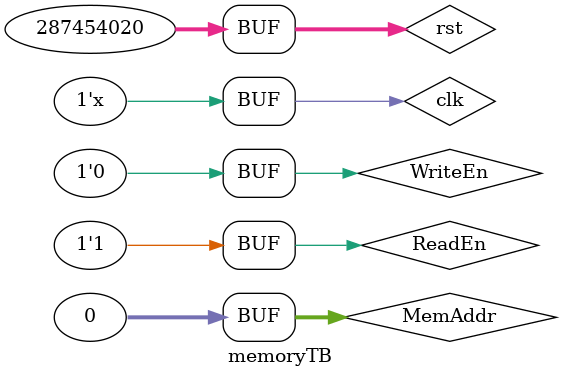
<source format=v>
`timescale 1ns / 1ps


module memoryTB();
    
    reg clk, WriteEn, ReadEn;
    reg [31:0] MemAddr;
    reg [31:0] rst;
    wire [31:0] memOut;


     Memory mem (
        .clk(clk),
        .address(MemAddr), 
        .dataIn(rst),
        .dataOut(memOut),
        .ReadEn(ReadEn),
        .WriteEn(WriteEn)
        );
 
    initial begin
        clk = 0;
        rst = 32'h11223344;
        ReadEn = 0;
        WriteEn = 0;
        MemAddr = 32'd4;
        #20
        WriteEn = 1;
        #50
        WriteEn = 0;
        MemAddr = 32'd4;
        ReadEn = 1;
        #50
        WriteEn = 0;
        MemAddr = 32'd0;
        ReadEn = 1;
    end

always #10 clk = clk + 1'b1;  
        
        
endmodule

</source>
